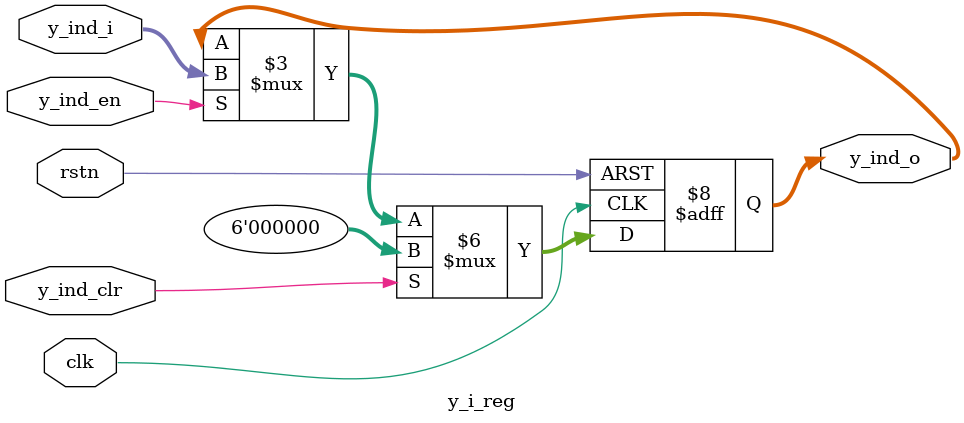
<source format=v>
/******************************************************************
*Module name : y_i_reg
*Filename    : y_i_reg.v
*Type        : Verilog Module
*
*Description : register counter for x indexes
*------------------------------------------------------------------
*	clocks    : clk
*	reset		 : rstn
* 
*Parameters  : none
*
* Author		 :	Daniel Alejandro Lara López
* email 		 :	Daniel.Lara@cinvestav.mx
* Date  		 :	24/04/2024
******************************************************************/

module y_i_reg(
	input clk,
	input rstn,
	input [5:0] y_ind_i,
   input y_ind_en,
   input y_ind_clr,
	
	output reg [5:0] y_ind_o);
	
always@(posedge clk or negedge rstn) 
begin
		if(!rstn)
			y_ind_o <= 6'b000000;
		else if(y_ind_clr)
			y_ind_o <= 6'b000000;
		else if(y_ind_en)
			y_ind_o <= y_ind_i;//{1'b0,y_ind_i};
end
endmodule

</source>
